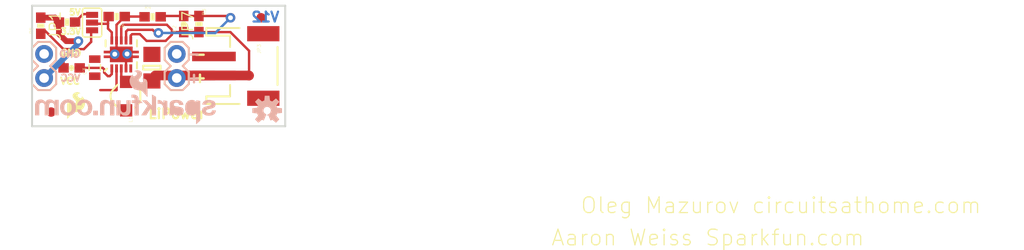
<source format=kicad_pcb>
(kicad_pcb (version 20211014) (generator pcbnew)
  (layers (0 "F.Cu" signal) (31 "B.Cu" signal) (34 "B.Paste" user) (35 "F.Paste" user) (36 "B.SilkS" user "B.Silkscreen") (37 "F.SilkS" user "F.Silkscreen") (38 "B.Mask" user) (39 "F.Mask" user) (44 "Edge.Cuts" user))
  (net 0 "")
  (net 1 "VIN")
  (net 2 "N$2")
  (net 3 "N$1")
  (net 4 "UVLO")
  (net 5 "FB")
  (net 6 "GND")
  (net 7 "3.3V")
  (net 8 "5V")
  (net 9 "VCC")
  (footprint "boardEagle:0805" (layer "F.Cu") (at 141.7701 105.1814 90)
    (fp_text reference "C3" (at -0.762 -0.8255 90) (layer "F.SilkS") (effects (font (size 0.373888 0.373888) (thickness 0.032512)) (justify left bottom)))
    (fp_text value "22uF")
    (fp_line (start -0.3 0.6) (end 0.3 0.6) (layer "F.SilkS") (width 0.1524))
    (fp_line (start -0.3 -0.6) (end 0.3 -0.6) (layer "F.SilkS") (width 0.1524))
    (pad "1" smd rect (at -0.9 0 90) (size 0.8 1.2) (layers "F.Cu" "F.Paste" "F.Mask") (net 9 "VCC"))
    (pad "2" smd rect (at 0.9 0 90) (size 0.8 1.2) (layers "F.Cu" "F.Paste" "F.Mask") (net 6 "GND"))
  )
  (footprint "boardEagle:0603-CAP" (layer "F.Cu") (at 139.3317 105.2068 180)
    (fp_text reference "C4" (at -0.889 -0.762 180) (layer "F.SilkS") (effects (font (size 0.373888 0.373888) (thickness 0.032512)) (justify right top)))
    (fp_text value "0.1uF")
    (fp_line (start 0 -0.0305) (end 0 0.0305) (layer "F.SilkS") (width 0.5588))
    (pad "1" smd rect (at -0.85 0 180) (size 1.1 1) (layers "F.Cu" "F.Paste" "F.Mask") (net 3 "N$1"))
    (pad "2" smd rect (at 0.85 0 180) (size 1.1 1) (layers "F.Cu" "F.Paste" "F.Mask") (net 6 "GND"))
  )
  (footprint "boardEagle:CREATIVE_COMMONS" (layer "F.Cu") (at 156.7561 120.2436)
    (fp_text reference "FRAME1" hide)
    (fp_text value "FRAME-LETTER" hide)
  )
  (footprint "boardEagle:FIDUCIAL-1X2" (layer "F.Cu") (at 159.2961 99.9236)
    (fp_text reference "JP5" hide)
    (fp_text value "FIDUCIAL1X2" hide)
    (pad "1" smd roundrect (at 0 0) (size 1 1) (layers "F.Cu" "F.Mask") (roundrect_rratio 0.5))
  )
  (footprint "boardEagle:0603-RES" (layer "F.Cu") (at 144.0815 99.7966 180)
    (fp_text reference "R6" (at -0.889 -0.762 180) (layer "F.SilkS") (effects (font (size 0.373888 0.373888) (thickness 0.032512)) (justify right top)))
    (fp_text value "220k")
    (fp_poly (pts (xy -0.2286 0.381) (xy 0.2286 0.381) (xy 0.2286 -0.381) (xy -0.2286 -0.381)) (layer "F.SilkS") (width 0) (fill solid))
    (pad "1" smd rect (at -0.85 0 180) (size 1.1 1) (layers "F.Cu" "F.Paste" "F.Mask") (net 6 "GND"))
    (pad "2" smd rect (at 0.85 0 180) (size 1.1 1) (layers "F.Cu" "F.Paste" "F.Mask") (net 5 "FB"))
  )
  (footprint "boardEagle:JST-2-SMD" (layer "F.Cu") (at 158.0261 105.0036 -90)
    (fp_text reference "JP3" (at -1.27 -1.27 -90) (layer "F.SilkS") (effects (font (size 0.373888 0.373888) (thickness 0.032512)) (justify left bottom)))
    (fp_text value "JST")
    (fp_line (start -4 1) (end -4 4.5) (layer "F.SilkS") (width 0.2032))
    (fp_line (start 3.2 4.5) (end 4 4.5) (layer "F.SilkS") (width 0.2032))
    (fp_line (start -4 4.5) (end -3.2 4.5) (layer "F.SilkS") (width 0.2032))
    (fp_line (start -3.2 4.5) (end -3.2 2) (layer "F.SilkS") (width 0.2032))
    (fp_line (start -3.2 2) (end -2 2) (layer "F.SilkS") (width 0.2032))
    (fp_line (start 2 -3) (end -2 -3) (layer "F.SilkS") (width 0.2032))
    (fp_line (start 4 4.5) (end 4 1) (layer "F.SilkS") (width 0.2032))
    (fp_line (start 3.2 2) (end 3.2 4.5) (layer "F.SilkS") (width 0.2032))
    (fp_line (start 2 2) (end 3.2 2) (layer "F.SilkS") (width 0.2032))
    (pad "1" smd rect (at -1 3.7 270) (size 1 4.6) (layers "F.Cu" "F.Paste" "F.Mask") (net 6 "GND"))
    (pad "2" smd rect (at 1 3.7 270) (size 1 4.6) (layers "F.Cu" "F.Paste" "F.Mask") (net 1 "VIN"))
    (pad "NC1" smd rect (at -3.4 -1.5) (size 3.4 1.6) (layers "F.Cu" "F.Paste" "F.Mask"))
    (pad "NC2" smd rect (at 3.4 -1.5) (size 3.4 1.6) (layers "F.Cu" "F.Paste" "F.Mask"))
  )
  (footprint "boardEagle:0603-RES" (layer "F.Cu") (at 147.8661 99.822)
    (fp_text reference "R4" (at -0.889 -0.762) (layer "F.SilkS") (effects (font (size 0.373888 0.373888) (thickness 0.032512)) (justify left bottom)))
    (fp_text value "220k")
    (fp_poly (pts (xy -0.2286 0.381) (xy 0.2286 0.381) (xy 0.2286 -0.381) (xy -0.2286 -0.381)) (layer "F.SilkS") (width 0) (fill solid))
    (pad "1" smd rect (at -0.85 0) (size 1.1 1) (layers "F.Cu" "F.Paste" "F.Mask") (net 6 "GND"))
    (pad "2" smd rect (at 0.85 0) (size 1.1 1) (layers "F.Cu" "F.Paste" "F.Mask") (net 4 "UVLO"))
  )
  (footprint "boardEagle:0603-RES" (layer "F.Cu") (at 136.0805 100.7618 90)
    (fp_text reference "R5" (at -0.889 -0.762 90) (layer "F.SilkS") (effects (font (size 0.373888 0.373888) (thickness 0.032512)) (justify left bottom)))
    (fp_text value "1.2M")
    (fp_poly (pts (xy -0.2286 0.381) (xy 0.2286 0.381) (xy 0.2286 -0.381) (xy -0.2286 -0.381)) (layer "F.SilkS") (width 0) (fill solid))
    (pad "1" smd rect (at -0.85 0 90) (size 1.1 1) (layers "F.Cu" "F.Paste" "F.Mask") (net 7 "3.3V"))
    (pad "2" smd rect (at 0.85 0 90) (size 1.1 1) (layers "F.Cu" "F.Paste" "F.Mask") (net 9 "VCC"))
  )
  (footprint "boardEagle:1206" (layer "F.Cu") (at 147.7899 105.1814 90)
    (fp_text reference "C1" (at -1.27 -1.143 90) (layer "F.SilkS") (effects (font (size 0.373888 0.373888) (thickness 0.032512)) (justify left bottom)))
    (fp_text value "10uF")
    (fp_line (start -0.2032 -0.9144) (end 0.2032 -0.9144) (layer "F.SilkS") (width 0.2032))
    (fp_line (start -0.2032 0.9144) (end -0.2032 -0.9144) (layer "F.SilkS") (width 0.2032))
    (fp_line (start 0.2032 -0.9144) (end 0.2032 0.9144) (layer "F.SilkS") (width 0.2032))
    (fp_line (start 0.2032 0.9144) (end -0.2032 0.9144) (layer "F.SilkS") (width 0.2032))
    (pad "1" smd rect (at -1.4 0 90) (size 1.6 1.8) (layers "F.Cu" "F.Paste" "F.Mask") (net 1 "VIN"))
    (pad "2" smd rect (at 1.4 0 90) (size 1.6 1.8) (layers "F.Cu" "F.Paste" "F.Mask") (net 6 "GND"))
  )
  (footprint "boardEagle:0603-RES" (layer "F.Cu") (at 138.8491 100.3808 180)
    (fp_text reference "R7" (at -0.889 -0.762 180) (layer "F.SilkS") (effects (font (size 0.373888 0.373888) (thickness 0.032512)) (justify right top)))
    (fp_text value "2M")
    (fp_poly (pts (xy -0.2286 0.381) (xy 0.2286 0.381) (xy 0.2286 -0.381) (xy -0.2286 -0.381)) (layer "F.SilkS") (width 0) (fill solid))
    (pad "1" smd rect (at -0.85 0 180) (size 1.1 1) (layers "F.Cu" "F.Paste" "F.Mask") (net 8 "5V"))
    (pad "2" smd rect (at 0.85 0 180) (size 1.1 1) (layers "F.Cu" "F.Paste" "F.Mask") (net 9 "VCC"))
  )
  (footprint "boardEagle:SFE-LOGO-FLAME" (layer "F.Cu") (at 138.8745 110.5662)
    (fp_text reference "JP2" hide)
    (fp_text value "LOGO-SFESK" hide)
    (fp_poly (pts (xy 1.126002 -2.808203) (xy 1.215449 -2.785829) (xy 1.228477 -2.780783) (xy 1.240149 -2.774875) (xy 1.25686 -2.766576) (xy 1.275552 -2.759834) (xy 1.371694 -2.7026) (xy 1.3793 -2.7026) (xy 1.3793 -2.6772) (xy 1.306833 -2.6772) (xy 1.208418 -2.657914) (xy 1.074855 -2.495286) (xy 1.079365 -2.436825) (xy 1.12809 -2.341869) (xy 1.204666 -2.265196) (xy 1.294069 -2.200638) (xy 1.369348 -2.168824) (xy 1.450737 -2.171632) (xy 1.458864 -2.174186) (xy 1.466257 -2.177389) (xy 1.530514 -2.236956) (xy 1.5368 -2.259812) (xy 1.5368 -2.377938) (xy 1.763707 -2.148127) (xy 1.868186 -1.856841) (xy 1.871603 -1.856894) (xy 1.87806 -1.650435) (xy 1.848857 -1.45742) (xy 1.785308 -1.272842) (xy 1.6663 -1.061578) (xy 1.6663 -1.080581) (xy 1.378131 -0.80901) (xy 0.982239 -0.6985) (xy 0.753005 -0.6985) (xy 0.716201 -0.692046) (xy 0.681776 -0.679592) (xy 0.496322 -0.541784) (xy -0.0126 0.03091) (xy -0.0126 -1.52077) (xy 0.060004 -1.761967) (xy 0.168295 -1.865489) (xy 0.307122 -1.917522) (xy 0.4039 -1.925089) (xy 0.499384 -1.917623) (xy 0.55991 -1.908099) (xy 0.557788 -1.884433) (xy 0.522216 -1.885242) (xy 0.501784 -1.876141) (xy 0.420519 -1.817154) (xy 0.400722 -1.79067) (xy 0.390395 -1.7285) (xy 0.400905 -1.665229) (xy 0.421405 -1.625174) (xy 0.452343 -1.592685) (xy 0.546535 -1.54355) (xy 0.652229 -1.531742) (xy 0.742768 -1.550084) (xy 0.82422 -1.589656) (xy 0.92203 -1.754659) (xy 0.907706 -1.848844) (xy 0.850914 -1.930401) (xy 0.584707 -2.263237) (xy 0.561667 -2.510855) (xy 0.627495 -2.621556) (xy 0.629042 -2.623103) (xy 0.778901 -2.74712) (xy 1.032676 -2.817064)) (layer "F.SilkS") (width 0) (fill solid))
  )
  (footprint "boardEagle:1X02" (layer "F.Cu") (at 150.4061 103.7336 -90)
    (fp_text reference "JP7" (at -1.3462 -1.8288 -90) (layer "F.SilkS") (effects (font (size 1.143 1.143) (thickness 0.127)) (justify left bottom)))
    (fp_text value "VIN")
    (fp_line (start 3.175 1.27) (end 1.905 1.27) (layer "F.SilkS") (width 0.2032))
    (fp_line (start -1.27 0.635) (end -0.635 1.27) (layer "F.SilkS") (width 0.2032))
    (fp_line (start 3.81 0.635) (end 3.175 1.27) (layer "F.SilkS") (width 0.2032))
    (fp_line (start 3.175 -1.27) (end 3.81 -0.635) (layer "F.SilkS") (width 0.2032))
    (fp_line (start -1.27 -0.635) (end -1.27 0.635) (layer "F.SilkS") (width 0.2032))
    (fp_line (start 1.905 -1.27) (end 3.175 -1.27) (layer "F.SilkS") (width 0.2032))
    (fp_line (start -0.635 -1.27) (end -1.27 -0.635) (layer "F.SilkS") (width 0.2032))
    (fp_line (start 1.27 -0.635) (end 1.905 -1.27) (layer "F.SilkS") (width 0.2032))
    (fp_line (start 0.635 -1.27) (end 1.27 -0.635) (layer "F.SilkS") (width 0.2032))
    (fp_line (start -0.635 -1.27) (end 0.635 -1.27) (layer "F.SilkS") (width 0.2032))
    (fp_line (start 1.27 0.635) (end 0.635 1.27) (layer "F.SilkS") (width 0.2032))
    (fp_line (start 0.635 1.27) (end -0.635 1.27) (layer "F.SilkS") (width 0.2032))
    (fp_line (start 1.905 1.27) (end 1.27 0.635) (layer "F.SilkS") (width 0.2032))
    (fp_line (start 3.81 -0.635) (end 3.81 0.635) (layer "F.SilkS") (width 0.2032))
    (pad "1" thru_hole circle (at 0 0) (size 1.8796 1.8796) (drill 1.016) (layers *.Cu *.Mask) (net 6 "GND"))
    (pad "2" thru_hole circle (at 2.54 0) (size 1.8796 1.8796) (drill 1.016) (layers *.Cu *.Mask) (net 1 "VIN"))
  )
  (footprint "boardEagle:SJ_3_PASTE2&3" (layer "F.Cu") (at 141.4907 100.4316 90)
    (fp_text reference "SJ1" (at -1.27 -1.27 90) (layer "F.SilkS") (effects (font (size 0.373888 0.373888) (thickness 0.032512)) (justify left bottom)))
    (fp_text value "")
    (fp_line (start 1.524 0.762) (end 1.524 -0.762) (layer "F.SilkS") (width 0.1524))
    (fp_line (start 1.27 1.016) (end -1.27 1.016) (layer "F.SilkS") (width 0.1524))
    (fp_line (start -1.27 -1.016) (end 1.27 -1.016) (layer "F.SilkS") (width 0.1524))
    (fp_line (start -1.524 0.762) (end -1.524 -0.762) (layer "F.SilkS") (width 0.1524))
    (fp_arc (start -1.524 -0.762) (mid -1.449605 -0.941605) (end -1.27 -1.016) (layer "F.SilkS") (width 0.1524))
    (fp_arc (start -1.27 1.016) (mid -1.449605 0.941605) (end -1.524 0.762) (layer "F.SilkS") (width 0.1524))
    (fp_arc (start 1.524 0.762) (mid 1.449605 0.941605) (end 1.27 1.016) (layer "F.SilkS") (width 0.1524))
    (fp_arc (start 1.27 -1.016) (mid 1.449605 -0.941605) (end 1.524 -0.762) (layer "F.SilkS") (width 0.1524))
    (pad "1" smd rect (at -0.8128 0 90) (size 0.635 1.27) (layers "F.Cu" "F.Mask") (net 7 "3.3V"))
    (pad "2" smd rect (at 0 0 90) (size 0.635 1.27) (layers "F.Cu" "F.Mask") (net 5 "FB"))
    (pad "3" smd rect (at 0.8128 0 90) (size 0.635 1.27) (layers "F.Cu" "F.Mask") (net 8 "5V"))
  )
  (footprint "boardEagle:FIDUCIAL-1X2" (layer "F.Cu") (at 137.1727 109.855)
    (fp_text reference "JP4" hide)
    (fp_text value "FIDUCIAL1X2" hide)
    (pad "1" smd roundrect (at 0 0) (size 1 1) (layers "F.Cu" "F.Mask") (roundrect_rratio 0.5))
  )
  (footprint "boardEagle:0603-CAP" (layer "F.Cu") (at 151.1427 100.584 90)
    (fp_text reference "C2" (at -0.889 -0.762 90) (layer "F.SilkS") (effects (font (size 0.373888 0.373888) (thickness 0.032512)) (justify left bottom)))
    (fp_text value "0.1uF")
    (fp_line (start 0 -0.0305) (end 0 0.0305) (layer "F.SilkS") (width 0.5588))
    (pad "1" smd rect (at -0.85 0 90) (size 1.1 1) (layers "F.Cu" "F.Paste" "F.Mask") (net 1 "VIN"))
    (pad "2" smd rect (at 0.85 0 90) (size 1.1 1) (layers "F.Cu" "F.Paste" "F.Mask") (net 4 "UVLO"))
  )
  (footprint "boardEagle:CDRH2D09" (layer "F.Cu") (at 145.0721 108.1786 -90)
    (fp_text reference "L1" (at 2.8 -0.7 -90) (layer "F.SilkS") (effects (font (size 0.373888 0.373888) (thickness 0.032512)) (justify left bottom)))
    (fp_text value "4.7uH, 1.2A")
    (fp_line (start 0.6 -1.5) (end 1.2 -0.9) (layer "F.SilkS") (width 0.2032))
    (fp_line (start -0.6 -1.5) (end 0.6 -1.5) (layer "F.SilkS") (width 0.2032))
    (fp_line (start 0.6783 1.3739) (end 1.2 0.9) (layer "F.SilkS") (width 0.2032))
    (fp_line (start -1.2 -0.9) (end -0.6 -1.5) (layer "F.SilkS") (width 0.2032))
    (fp_line (start -1.2 0.9) (end -0.6783 1.3739) (layer "F.SilkS") (width 0.2032))
    (fp_arc (start 0.678301 1.373899) (mid 0.000001 1.639111) (end -0.6783 1.3739) (layer "F.SilkS") (width 0.2032))
    (pad "P$1" smd rect (at -1.5 0) (size 1.3 1.3) (layers "F.Cu" "F.Paste" "F.Mask") (net 2 "N$2"))
    (pad "P$2" smd rect (at 1.5 0) (size 1.3 1.3) (layers "F.Cu" "F.Paste" "F.Mask") (net 1 "VIN"))
  )
  (footprint "boardEagle:1X02" (layer "F.Cu") (at 136.4361 103.7336 -90)
    (fp_text reference "JP1" (at -1.3462 -1.8288 -90) (layer "F.SilkS") (effects (font (size 1.143 1.143) (thickness 0.127)) (justify left bottom)))
    (fp_text value "VOUT")
    (fp_line (start -1.27 -0.635) (end -1.27 0.635) (layer "F.SilkS") (width 0.2032))
    (fp_line (start -1.27 0.635) (end -0.635 1.27) (layer "F.SilkS") (width 0.2032))
    (fp_line (start 3.175 -1.27) (end 3.81 -0.635) (layer "F.SilkS") (width 0.2032))
    (fp_line (start 1.27 0.635) (end 0.635 1.27) (layer "F.SilkS") (width 0.2032))
    (fp_line (start 3.175 1.27) (end 1.905 1.27) (layer "F.SilkS") (width 0.2032))
    (fp_line (start -0.635 -1.27) (end -1.27 -0.635) (layer "F.SilkS") (width 0.2032))
    (fp_line (start 1.905 -1.27) (end 3.175 -1.27) (layer "F.SilkS") (width 0.2032))
    (fp_line (start 1.27 -0.635) (end 1.905 -1.27) (layer "F.SilkS") (width 0.2032))
    (fp_line (start 0.635 1.27) (end -0.635 1.27) (layer "F.SilkS") (width 0.2032))
    (fp_line (start 3.81 -0.635) (end 3.81 0.635) (layer "F.SilkS") (width 0.2032))
    (fp_line (start 1.905 1.27) (end 1.27 0.635) (layer "F.SilkS") (width 0.2032))
    (fp_line (start -0.635 -1.27) (end 0.635 -1.27) (layer "F.SilkS") (width 0.2032))
    (fp_line (start 0.635 -1.27) (end 1.27 -0.635) (layer "F.SilkS") (width 0.2032))
    (fp_line (start 3.81 0.635) (end 3.175 1.27) (layer "F.SilkS") (width 0.2032))
    (pad "1" thru_hole circle (at 0 0) (size 1.8796 1.8796) (drill 1.016) (layers *.Cu *.Mask) (net 6 "GND"))
    (pad "2" thru_hole circle (at 2.54 0) (size 1.8796 1.8796) (drill 1.016) (layers *.Cu *.Mask) (net 9 "VCC"))
  )
  (footprint "boardEagle:0603-RES" (layer "F.Cu") (at 152.7429 100.584 -90)
    (fp_text reference "R3" (at -0.889 -0.762 -90) (layer "F.SilkS") (effects (font (size 0.373888 0.373888) (thickness 0.032512)) (justify left bottom)))
    (fp_text value "2M")
    (fp_poly (pts (xy -0.2286 0.381) (xy 0.2286 0.381) (xy 0.2286 -0.381) (xy -0.2286 -0.381)) (layer "F.SilkS") (width 0) (fill solid))
    (pad "1" smd rect (at -0.85 0 270) (size 1.1 1) (layers "F.Cu" "F.Paste" "F.Mask") (net 4 "UVLO"))
    (pad "2" smd rect (at 0.85 0 270) (size 1.1 1) (layers "F.Cu" "F.Paste" "F.Mask") (net 1 "VIN"))
  )
  (footprint "boardEagle:QFN-10_PAD" (layer "F.Cu") (at 144.5641 103.7844)
    (fp_text reference "U1" hide)
    (fp_text value "TPS61200" hide)
    (fp_line (start -1.651 -1.4986) (end -1.651 -0.8382) (layer "F.SilkS") (width 0.2032))
    (fp_line (start 1.651 0.8128) (end 1.651 1.4732) (layer "F.SilkS") (width 0.2032))
    (fp_line (start -1.75 1.75) (end -1.5 1.5) (layer "F.SilkS") (width 0.2032))
    (fp_line (start 1.651 -1.4986) (end 1.651 -0.8382) (layer "F.SilkS") (width 0.2032))
    (pad "1" smd rect (at -1 1.475 90) (size 0.85 0.2968) (layers "F.Cu" "F.Paste" "F.Mask") (net 3 "N$1"))
    (pad "2" smd rect (at -0.5 1.475 90) (size 0.85 0.2968) (layers "F.Cu" "F.Paste" "F.Mask") (net 9 "VCC"))
    (pad "3" smd rect (at 0 1.475 90) (size 0.85 0.2968) (layers "F.Cu" "F.Paste" "F.Mask") (net 2 "N$2"))
    (pad "4" smd rect (at 0.5 1.475 90) (size 0.85 0.2968) (layers "F.Cu" "F.Paste" "F.Mask") (net 6 "GND"))
    (pad "5" smd rect (at 1 1.475 90) (size 0.85 0.2968) (layers "F.Cu" "F.Paste" "F.Mask") (net 1 "VIN"))
    (pad "6" smd rect (at 1 -1.475 90) (size 0.85 0.2968) (layers "F.Cu" "F.Paste" "F.Mask") (net 1 "VIN"))
    (pad "7" smd rect (at 0.5 -1.475 90) (size 0.85 0.2968) (layers "F.Cu" "F.Paste" "F.Mask") (net 4 "UVLO"))
    (pad "8" smd rect (at 0 -1.475 90) (size 0.85 0.2968) (layers "F.Cu" "F.Paste" "F.Mask") (net 1 "VIN"))
    (pad "9" smd rect (at -0.5 -1.475 90) (size 0.85 0.2968) (layers "F.Cu" "F.Paste" "F.Mask") (net 6 "GND"))
    (pad "10" smd rect (at -1 -1.475 90) (size 0.85 0.2968) (layers "F.Cu" "F.Paste" "F.Mask") (net 5 "FB"))
    (pad "11" smd rect (at -1.5 -0.25 180) (size 0.7 0.28) (layers "F.Cu" "F.Paste" "F.Mask") (net 6 "GND"))
    (pad "12" smd rect (at -1.5 0.25 180) (size 0.7 0.28) (layers "F.Cu" "F.Paste" "F.Mask") (net 6 "GND"))
    (pad "13" smd rect (at 1.5 -0.25 180) (size 0.7 0.28) (layers "F.Cu" "F.Paste" "F.Mask") (net 6 "GND"))
    (pad "14" smd rect (at 1.5 0.25 180) (size 0.7 0.28) (layers "F.Cu" "F.Paste" "F.Mask") (net 6 "GND"))
    (pad "15" smd rect (at 0 0 90) (size 1.65 2.4) (layers "F.Cu" "F.Mask") (net 6 "GND"))
  )
  (footprint "boardEagle:OSHW-LOGO-S" (layer "B.Cu") (at 159.9311 109.7026 180)
    (fp_text reference "U$2" hide)
    (fp_text value "" hide)
    (fp_poly (pts (xy 0.301647 1.061351) (xy 0.42347 1.022344) (xy 0.537177 0.963769) (xy 0.92862 1.282946) (xy 1.282946 0.92862) (xy 0.961035 0.533823) (xy 1.057046 0.302084) (xy 1.5638 0.250561) (xy 1.5638 -0.250561) (xy 1.057046 -0.302084) (xy 0.961035 -0.533823) (xy 1.282946 -0.92862) (xy 0.92862 -1.282946) (xy 0.537177 -0.96377) (xy 0.356601 -1.056794) (xy 0.088679 -0.410073) (xy 0.326262 -0.2176) (xy 0.373649 -0.121468) (xy 0.392729 -0.010339) (xy 0.379464 0.101634) (xy 0.334947 0.205229) (xy 0.262842 0.291918) (xy 0.169087 0.354561) (xy 0.061406 0.387999) (xy -0.051342 0.38948) (xy -0.159868 0.358881) (xy -0.255234 0.298724) (xy -0.329589 0.213962) (xy -0.376813 0.111569) (xy -0.392176 0.005767) (xy -0.322923 -0.222565) (xy -0.249312 -0.303773) (xy 0.091677 -0.5081) (xy -0.12929 -0.5081) (xy -0.355332 -1.053732) (xy -0.506597 -0.983577) (xy -0.538922 -0.965192) (xy -0.92862 -1.282946) (xy -1.282946 -0.92862) (xy -0.961035 -0.533823) (xy -1.057046 -0.302084) (xy -1.5638 -0.250561) (xy -1.5638 0.250561) (xy -1.057046 0.302084) (xy -0.961035 0.533823) (xy -1.282946 0.92862) (xy -0.92862 1.282946) (xy -0.533823 0.961035) (xy -0.302084 1.057046) (xy -0.250561 1.5638) (xy 0.250561 1.5638)) (layer "B.SilkS") (width 0) (fill solid))
  )
  (footprint "boardEagle:SFE-NEW-WEBLOGO" (layer "B.Cu") (at 154.5268 111.1442 180)
    (fp_text reference "JP6" hide)
    (fp_text value "LOGO-SFENEW" hide)
    (fp_line (start 10.7163 2.5171) (end 11.1201 2.5171) (layer "B.SilkS") (width 0.0254))
    (fp_line (start 11.1201 2.2962) (end 11.1277 2.2962) (layer "B.SilkS") (width 0.0254))
    (fp_line (start 11.7729 0.955) (end 11.7729 1.9202) (layer "B.SilkS") (width 0.0254))
    (fp_line (start 12.1818 0.955) (end 11.7729 0.955) (layer "B.SilkS") (width 0.0254))
    (fp_line (start 11.1379 1.8136) (end 11.1379 0.9449) (layer "B.SilkS") (width 0.0254))
    (fp_line (start 12.1818 2.0091) (end 12.1818 0.955) (layer "B.SilkS") (width 0.0254))
    (fp_line (start 11.1201 2.5171) (end 11.1201 2.2962) (layer "B.SilkS") (width 0.0254))
    (fp_line (start 15.5702 2.6137) (end 15.5854 2.6137) (layer "B.SilkS") (width 0.0254))
    (fp_line (start 11.1379 0.9449) (end 10.7163 0.9449) (layer "B.SilkS") (width 0.0254))
    (fp_line (start 15.5702 2.2962) (end 15.5702 2.6137) (layer "B.SilkS") (width 0.0254))
    (fp_line (start 15.5499 2.6137) (end 15.5499 2.2911) (layer "B.SilkS") (width 0.0254))
    (fp_line (start 10.7163 0.9449) (end 10.7163 2.5171) (layer "B.SilkS") (width 0.0254))
    (fp_line (start 15.5499 2.2911) (end 15.527 2.2911) (layer "B.SilkS") (width 0.0254))
    (fp_arc (start 15.9868 1.7196) (mid 15.980368 1.846143) (end 15.9588 1.971) (layer "B.SilkS") (width 0.0254))
    (fp_arc (start 11.1862 2.3571) (mid 11.172158 2.338081) (end 11.1582 2.319) (layer "B.SilkS") (width 0.0254))
    (fp_arc (start 15.5499 2.6137) (mid 15.331296 2.577713) (end 15.1282 2.4892) (layer "B.SilkS") (width 0.0254))
    (fp_arc (start 11.7678 2.5502) (mid 11.667584 2.556058) (end 11.5672 2.5552) (layer "B.SilkS") (width 0.0254))
    (fp_arc (start 15.9588 1.971) (mid 15.910982 2.096372) (end 15.8318 2.2047) (layer "B.SilkS") (width 0.0254))
    (fp_arc (start 15.1689 1.8847) (mid 15.165026 1.761448) (end 15.1714 1.6383) (layer "B.SilkS") (width 0.0254))
    (fp_arc (start 14.7523 1.5672) (mid 14.792796 1.413418) (end 14.8615 1.27) (layer "B.SilkS") (width 0.0254))
    (fp_arc (start 11.1277 2.2962) (mid 11.137379 2.298176) (end 11.1455 2.3038) (layer "B.SilkS") (width 0.0254))
    (fp_arc (start 12.0345 2.425699) (mid 11.911985 2.51116) (end 11.7678 2.5502) (layer "B.SilkS") (width 0.0254))
    (fp_arc (start 15.428 1.2522) (mid 15.597525 1.230563) (end 15.7632 1.2725) (layer "B.SilkS") (width 0.0254))
    (fp_arc (start 11.5976 2.2276) (mid 11.565101 2.235925) (end 11.5316 2.2377) (layer "B.SilkS") (width 0.0254))
    (fp_arc (start 11.1379 1.8821) (mid 11.137681 1.84785) (end 11.1379 1.8136) (layer "B.SilkS") (width 0.0254))
    (fp_arc (start 15.128201 2.4892) (mid 14.882786 2.260687) (end 14.7549 1.9507) (layer "B.SilkS") (width 0.0254))
    (fp_arc (start 11.7145 2.1311) (mid 11.664346 2.1894) (end 11.5976 2.2276) (layer "B.SilkS") (width 0.0254))
    (fp_arc (start 14.9911 1.1201) (mid 15.249615 0.972855) (end 15.5423 0.9195) (layer "B.SilkS") (width 0.0254))
    (fp_arc (start 16.317 1.3665) (mid 16.380488 1.583529) (end 16.4033 1.8085) (layer "B.SilkS") (width 0.0254))
    (fp_arc (start 11.4198 2.2327) (mid 11.475702 2.235165) (end 11.5316 2.2377) (layer "B.SilkS") (width 0.0254))
    (fp_arc (start 14.8615 1.27) (mid 14.919858 1.189481) (end 14.9911 1.1201) (layer "B.SilkS") (width 0.0254))
    (fp_arc (start 15.9029 0.9754) (mid 16.153433 1.12491) (end 16.317 1.3665) (layer "B.SilkS") (width 0.0254))
    (fp_arc (start 15.24 1.4097) (mid 15.31871 1.3127) (end 15.428 1.2522) (layer "B.SilkS") (width 0.0254))
    (fp_arc (start 11.2725 2.446) (mid 11.226399 2.404414) (end 11.1862 2.3571) (layer "B.SilkS") (width 0.0254))
    (fp_arc (start 15.8318 2.2047) (mid 15.783745 2.244042) (end 15.7277 2.2708) (layer "B.SilkS") (width 0.0254))
    (fp_arc (start 11.7729 1.9202) (mid 11.758038 2.02962) (end 11.7145 2.1311) (layer "B.SilkS") (width 0.0254))
    (fp_arc (start 15.2781 2.1692) (mid 15.20247 2.035022) (end 15.168899 1.8847) (layer "B.SilkS") (width 0.0254))
    (fp_arc (start 14.7549 1.9507) (mid 14.737287 1.759061) (end 14.7523 1.5672) (layer "B.SilkS") (width 0.0254))
    (fp_arc (start 15.809 2.5857) (mid 15.698073 2.606673) (end 15.5854 2.6137) (layer "B.SilkS") (width 0.0254))
    (fp_arc (start 16.129 2.4181) (mid 15.978822 2.520652) (end 15.809 2.5857) (layer "B.SilkS") (width 0.0254))
    (fp_arc (start 12.1818 2.0091) (mid 12.172765 2.122002) (end 12.1488 2.2327) (layer "B.SilkS") (width 0.0254))
    (fp_arc (start 11.1455 2.3038) (mid 11.152103 2.311188) (end 11.1582 2.319) (layer "B.SilkS") (width 0.0254))
    (fp_arc (start 11.2598 2.1692) (mid 11.206137 2.110016) (end 11.1684 2.0396) (layer "B.SilkS") (width 0.0254))
    (fp_arc (start 15.1714 1.6383) (mid 15.194331 1.520588) (end 15.24 1.4097) (layer "B.SilkS") (width 0.0254))
    (fp_arc (start 11.1684 2.0396) (mid 11.146105 1.962214) (end 11.1379 1.8821) (layer "B.SilkS") (width 0.0254))
    (fp_arc (start 11.5672 2.5552) (mid 11.411238 2.523841) (end 11.2725 2.446) (layer "B.SilkS") (width 0.0254))
    (fp_arc (start 12.1488 2.232699) (mid 12.104013 2.336521) (end 12.0345 2.4257) (layer "B.SilkS") (width 0.0254))
    (fp_arc (start 15.7277 2.2708) (mid 15.650001 2.290018) (end 15.5702 2.2962) (layer "B.SilkS") (width 0.0254))
    (fp_arc (start 11.4198 2.2327) (mid 11.334441 2.214452) (end 11.259799 2.1692) (layer "B.SilkS") (width 0.0254))
    (fp_arc (start 15.7632 1.2725) (mid 15.846801 1.329279) (end 15.908 1.4097) (layer "B.SilkS") (width 0.0254))
    (fp_arc (start 15.5423 0.9195) (mid 15.724919 0.932492) (end 15.9029 0.9754) (layer "B.SilkS") (width 0.0254))
    (fp_arc (start 15.527 2.2911) (mid 15.388433 2.258974) (end 15.278099 2.1692) (layer "B.SilkS") (width 0.0254))
    (fp_arc (start 16.4033 1.808499) (mid 16.333054 2.143404) (end 16.129 2.4181) (layer "B.SilkS") (width 0.0254))
    (fp_arc (start 15.908 1.4097) (mid 15.966057 1.559906) (end 15.9868 1.7196) (layer "B.SilkS") (width 0.0254))
    (fp_poly (pts (xy 17.714962 2.583496) (xy 17.714669 2.58013) (xy 17.812284 2.526288) (xy 17.900302 2.442716) (xy 17.956995 2.351455) (xy 17.961394 2.355854) (xy 18.007182 2.404147) (xy 18.086856 2.480888) (xy 18.177617 2.546023) (xy 18.30384 2.60027) (xy 18.440544 2.616304) (xy 18.698981 2.580082) (xy 18.93345 2.426436) (xy 19.05 2.112985) (xy 19.05 0.9398) (xy 18.6004 0.9398) (xy 18.6004 1.979658) (xy 18.558302 2.150487) (xy 18.49797 2.220003) (xy 18.412014 2.255689) (xy 18.322362 2.262413) (xy 18.233537 2.253336) (xy 18.121633 2.190061) (xy 18.068614 2.109201) (xy 18.041426 2.014408) (xy 18.036069 1.960144) (xy 18.034 1.904767) (xy 18.034 0.9398) (xy 17.5768 0.9398) (xy 17.5768 2.006808) (xy 17.507834 2.191589) (xy 17.433119 2.246143) (xy 17.339789 2.26304) (xy 17.298061 2.260863) (xy 17.256145 2.258198) (xy 17.19103 2.2421) (xy 17.135402 2.205103) (xy 17.092564 2.160343) (xy 17.055171 2.112821) (xy 17.0155 1.934108) (xy 17.0155 0.9423) (xy 16.5583 0.9423) (xy 16.5583 2.573) (xy 16.9824 2.573) (xy 16.9824 2.355139) (xy 16.985319 2.355789) (xy 17.015959 2.3959) (xy 17.093229 2.475705) (xy 17.171263 2.538367) (xy 17.262579 2.579887) (xy 17.318155 2.59498) (xy 17.374103 2.605849) (xy 17.443329 2.614463) (xy 17.514022 2.618767)) (layer "B.SilkS") (width 0) (fill solid))
    (fp_poly (pts (xy 8.809435 3.119895) (xy 8.875117 3.1166) (xy 8.89 3.1166) (xy 8.89 2.7889) (xy 8.869112 2.7889) (xy 8.841108 2.7915) (xy 8.660351 2.7915) (xy 8.587936 2.740064) (xy 8.571192 2.699602) (xy 8.5649 2.653436) (xy 8.5649 2.5273) (xy 8.8621 2.5273) (xy 8.8621 2.2352) (xy 8.5623 2.2352) (xy 8.5623 0.9322) (xy 8.1204 0.9322) (xy 8.1204 2.232779) (xy 7.70383 2.235391) (xy 7.995739 2.5273) (xy 8.1255 2.5273) (xy 8.1255 2.560826) (xy 8.143432 2.77702) (xy 8.219199 2.938937) (xy 8.324367 3.032939) (xy 8.449534 3.095959) (xy 8.586403 3.1242) (xy 8.743112 3.1242)) (layer "B.SilkS") (width 0) (fill solid))
    (fp_poly (pts (xy 4.444983 2.544915) (xy 4.588724 2.501712) (xy 4.72259 2.430523) (xy 4.844814 2.271666) (xy 4.859671 2.1819) (xy 4.8616 2.1819) (xy 4.8616 1.6891) (xy 4.864173 1.6891) (xy 4.861603 1.242544) (xy 4.871819 1.108765) (xy 4.906709 0.979276) (xy 4.920484 0.9423) (xy 4.495275 0.9423) (xy 4.477494 0.951279) (xy 4.472002 0.970735) (xy 4.468249 0.985133) (xy 4.446292 1.084946) (xy 4.440321 1.089528) (xy 4.438946 1.088886) (xy 4.309064 0.98859) (xy 4.153188 0.927249) (xy 3.824183 0.906712) (xy 3.683825 0.938256) (xy 3.554173 1.000134) (xy 3.486826 1.05665) (xy 3.437273 1.130532) (xy 3.3807 1.444163) (xy 3.3807 1.446675) (xy 3.401941 1.543624) (xy 3.446308 1.632822) (xy 3.527788 1.722902) (xy 3.632416 1.784766) (xy 3.937258 1.861632) (xy 4.048648 1.873601) (xy 4.159032 1.884616) (xy 4.224808 1.893434) (xy 4.289167 1.907055) (xy 4.336271 1.923637) (xy 4.379043 1.948303) (xy 4.407461 1.974391) (xy 4.413402 1.982997) (xy 4.4171 1.991455) (xy 4.4171 2.14983) (xy 4.358226 2.232254) (xy 4.254396 2.270917) (xy 4.188033 2.274326) (xy 4.120968 2.275774) (xy 4.006679 2.25395) (xy 3.883049 2.131716) (xy 3.8659 2.045941) (xy 3.8659 2.0295) (xy 3.429 2.0295) (xy 3.429 2.040006) (xy 3.418965 2.041638) (xy 3.439259 2.166448) (xy 3.491292 2.283494) (xy 3.571378 2.383462) (xy 3.674008 2.459597) (xy 3.791998 2.513469) (xy 3.916944 2.547448) (xy 4.18103 2.571338)) (layer "B.SilkS") (width 0) (fill solid))
    (fp_poly (pts (xy 11.770768 2.56283) (xy 12.043428 2.435548) (xy 12.160999 2.237024) (xy 12.1945 2.010032) (xy 12.1945 0.9423) (xy 11.7602 0.9423) (xy 11.7602 1.918474) (xy 11.70302 2.124971) (xy 11.656141 2.179464) (xy 11.593345 2.215403) (xy 11.53092 2.224956) (xy 11.476269 2.222478) (xy 11.422495 2.220106) (xy 11.268 2.158791) (xy 11.18035 2.034508) (xy 11.1506 1.880883) (xy 11.1506 0.9322) (xy 10.7036 0.9322) (xy 10.7036 2.5298) (xy 11.1328 2.5298) (xy 11.1328 2.310454) (xy 11.136857 2.313263) (xy 11.148195 2.326834) (xy 11.161924 2.345602) (xy 11.176241 2.364992) (xy 11.217267 2.413279) (xy 11.265048 2.456381) (xy 11.406772 2.535896) (xy 11.566093 2.567932)) (layer "B.SilkS") (width 0) (fill solid))
    (fp_poly (pts (xy 1.201557 2.290098) (xy 1.414074 2.156268) (xy 1.42383 2.065) (xy 1.01008 2.065) (xy 1.00135 2.126336) (xy 0.936084 2.220524) (xy 0.871818 2.257603) (xy 0.798545 2.2758) (xy 0.628591 2.2758) (xy 0.583991 2.267366) (xy 0.541641 2.251683) (xy 0.51157 2.232098) (xy 0.488615 2.205726) (xy 0.469153 2.152745) (xy 0.474605 2.097619) (xy 0.521549 2.031824) (xy 0.664468 1.962838) (xy 0.866638 1.922444) (xy 1.206678 1.822687) (xy 1.354318 1.729494) (xy 1.389578 1.692366) (xy 1.416579 1.648151) (xy 1.460229 1.440208) (xy 1.447804 1.4376) (xy 1.460484 1.436955) (xy 1.457817 1.384541) (xy 1.452657 1.33034) (xy 1.371775 1.140043) (xy 1.14885 0.969822) (xy 1.013381 0.927267) (xy 0.74708 0.904177) (xy 0.617383 0.909691) (xy 0.487493 0.922202) (xy 0.306845 0.984179) (xy 0.185213 1.061804) (xy 0.109225 1.132023) (xy 0.056988 1.2215) (xy 0.013059 1.350644) (xy 0.002577 1.410659) (xy -0.00152 1.469003) (xy 0.738195 1.10308) (xy 1.120535 1.189415) (xy 1.224069 1.497645) (xy 0.809011 1.723764) (xy 0.364394 1.98847) (xy 0.308075 2.310537) (xy 0.741882 2.423672)) (layer "B.SilkS") (width 0) (fill solid))
    (fp_poly (pts (xy 2.834651 2.506079) (xy 2.92707 2.450683) (xy 3.011605 2.383731) (xy 3.1267 2.221709) (xy 3.1267 2.263503) (xy 3.219434 1.972794) (xy 3.236098 1.526727) (xy 3.068933 1.135798) (xy 2.975978 1.041462) (xy 2.864973 0.970996) (xy 2.740356 0.92713) (xy 2.372489 0.922) (xy 2.370226 0.922) (xy 2.254471 0.962806) (xy 2.0828 1.127587) (xy 2.0828 -0.010757) (xy 1.6434 0.385552) (xy 1.6434 2.45912) (xy 2.057593 2.537568) (xy 2.055012 2.330538) (xy 2.068304 2.345345) (xy 2.15812 2.442839) (xy 2.234107 2.497896) (xy 2.368681 2.552194) (xy 2.419192 2.562883) (xy 2.620347 2.565422)) (layer "B.SilkS") (width 0) (fill solid))
    (fp_poly (pts (xy 6.1316 2.557116) (xy 6.1316 2.1463) (xy 6.115783 2.1463) (xy 6.10653 2.147054) (xy 6.097893 2.149211) (xy 6.068387 2.157247) (xy 6.038922 2.161538) (xy 5.96265 2.16474) (xy 5.887609 2.16159) (xy 5.731931 2.107297) (xy 5.637642 2.018651) (xy 5.577302 1.903423) (xy 5.5499 1.736362) (xy 5.5499 0.9423) (xy 5.107878 0.9423) (xy 5.110519 2.454146) (xy 5.522 2.527255) (xy 5.522 2.234211) (xy 5.526569 2.235704) (xy 5.544428 2.262537) (xy 5.578841 2.314524) (xy 5.613758 2.367854) (xy 5.686736 2.438162) (xy 5.778008 2.498223) (xy 5.979984 2.565515)) (layer "B.SilkS") (width 0) (fill solid))
    (fp_poly (pts (xy 8.337002 5.691103) (xy 8.426449 5.668729) (xy 8.439477 5.663683) (xy 8.451149 5.657775) (xy 8.46786 5.649476) (xy 8.486552 5.642734) (xy 8.582694 5.5855) (xy 8.5903 5.5855) (xy 8.5903 5.5601) (xy 8.517833 5.5601) (xy 8.419418 5.540814) (xy 8.285855 5.378186) (xy 8.290365 5.319725) (xy 8.33909 5.224769) (xy 8.415666 5.148096) (xy 8.505069 5.083538) (xy 8.580348 5.051724) (xy 8.661737 5.054532) (xy 8.669864 5.057086) (xy 8.677257 5.060289) (xy 8.741514 5.119856) (xy 8.7478 5.142712) (xy 8.7478 5.260838) (xy 8.974707 5.031027) (xy 9.079186 4.739741) (xy 9.082603 4.739794) (xy 9.08906 4.533335) (xy 9.059857 4.34032) (xy 8.996308 4.155742) (xy 8.8773 3.944478) (xy 8.8773 3.963481) (xy 8.589131 3.69191) (xy 8.193239 3.5814) (xy 7.964005 3.5814) (xy 7.927201 3.574946) (xy 7.892776 3.562492) (xy 7.707322 3.424684) (xy 7.1984 2.85199) (xy 7.1984 4.40367) (xy 7.271004 4.644867) (xy 7.379295 4.748389) (xy 7.518122 4.800422) (xy 7.6149 4.807989) (xy 7.710384 4.800523) (xy 7.77091 4.790999) (xy 7.768788 4.767333) (xy 7.733216 4.768142) (xy 7.712784 4.759041) (xy 7.631519 4.700054) (xy 7.611722 4.67357) (xy 7.601395 4.6114) (xy 7.611905 4.548129) (xy 7.632405 4.508074) (xy 7.663343 4.475585) (xy 7.757535 4.42645) (xy 7.863229 4.414642) (xy 7.953768 4.432984) (xy 8.03522 4.472556) (xy 8.13303 4.637559) (xy 8.118706 4.731744) (xy 8.061914 4.813301) (xy 7.795707 5.146137) (xy 7.772667 5.393755) (xy 7.838495 5.504456) (xy 7.840042 5.506003) (xy 7.989901 5.63002) (xy 8.243676 5.699964)) (layer "B.SilkS") (width 0) (fill solid))
    (fp_poly (pts (xy 9.4234 1.520809) (xy 9.472888 1.359974) (xy 9.516069 1.308185) (xy 9.573108 1.271734) (xy 9.714103 1.241374) (xy 9.853529 1.268908) (xy 10.003067 1.442966) (xy 10.033 1.684784) (xy 10.033 2.5273) (xy 10.48 2.5273) (xy 10.48 0.9398) (xy 10.0533 0.9398) (xy 10.0533 1.159713) (xy 9.961626 1.051965) (xy 9.823848 0.946774) (xy 9.797269 0.933513) (xy 9.76873 0.924761) (xy 9.46843 0.899096) (xy 9.311419 0.929258) (xy 9.173895 1.0008) (xy 9.172522 1.0008) (xy 9.155194 1.014756) (xy 9.141833 1.028106) (xy 9.055991 1.150842) (xy 9.0022 1.291099) (xy 8.984 1.439423) (xy 8.984 2.5324) (xy 9.4234 2.5324)) (layer "B.SilkS") (width 0) (fill solid))
    (fp_poly (pts (xy 6.7335 1.97376) (xy 7.284539 2.5248) (xy 7.78835 2.5248) (xy 7.197009 1.946483) (xy 7.869909 0.937183) (xy 7.330929 0.939835) (xy 6.903958 1.643716) (xy 6.7386 1.483032) (xy 6.7386 0.9296) (xy 6.306639 0.9296) (xy 6.2941 0.942139) (xy 6.2941 2.887776) (xy 6.7335 3.138467)) (layer "B.SilkS") (width 0) (fill solid))
    (fp_poly (pts (xy 14.181776 2.563159) (xy 14.181555 2.560669) (xy 14.327447 2.496725) (xy 14.547848 2.246517) (xy 14.619242 1.9914) (xy 14.1707 1.9914) (xy 14.1707 2.005388) (xy 14.15242 2.10038) (xy 14.100807 2.180729) (xy 14.023181 2.236025) (xy 13.860405 2.2706) (xy 13.694207 2.245798) (xy 13.653262 2.227396) (xy 13.618712 2.198612) (xy 13.531409 2.074936) (xy 13.459735 1.779947) (xy 13.507258 1.471936) (xy 13.55233 1.379537) (xy 13.718934 1.256376) (xy 13.795519 1.238584) (xy 13.875272 1.234455) (xy 13.963395 1.249226) (xy 14.044683 1.286045) (xy 14.088707 1.320383) (xy 14.123821 1.362695) (xy 14.191983 1.5646) (xy 14.6202 1.5646) (xy 14.6202 1.546046) (xy 14.607183 1.4497) (xy 14.551954 1.307962) (xy 14.468685 1.180108) (xy 14.234909 0.989147) (xy 13.88734 0.904104) (xy 13.726062 0.914148) (xy 13.567886 0.942693) (xy 13.423659 0.994928) (xy 13.188191 1.185237) (xy 13.098694 1.32648) (xy 13.017451 1.644495) (xy 13.0251 1.894992) (xy 13.0251 1.896181) (xy 13.064859 2.076939) (xy 13.14486 2.243932) (xy 13.26133 2.388842) (xy 13.574558 2.580191) (xy 13.883988 2.616332)) (layer "B.SilkS") (width 0) (fill solid))
    (fp_poly (pts (xy 0.803285 2.567895) (xy 0.944243 2.553799) (xy 1.081508 2.516334) (xy 1.193542 2.461399) (xy 1.291841 2.383865) (xy 1.357039 2.297824) (xy 1.377068 2.257603) (xy 1.393653 2.216867) (xy 1.417283 2.151914) (xy 1.353784 2.105111) (xy 1.152335 2.254241) (xy 0.736496 2.387002) (xy 0.372563 2.277101) (xy 0.417885 2.019712) (xy 1.241556 1.540676) (xy 1.263422 1.497067) (xy 1.147655 1.152457) (xy 0.724605 1.058492) (xy -0.038666 1.4605) (xy 0.4115 1.4605) (xy 0.4115 1.443466) (xy 0.420402 1.369907) (xy 0.454647 1.305856) (xy 0.524204 1.243359) (xy 0.610838 1.206018) (xy 0.637726 1.200933) (xy 0.665996 1.198897) (xy 0.7328 1.198389) (xy 0.79791 1.198884) (xy 0.968129 1.258019) (xy 1.007666 1.302193) (xy 1.028603 1.358428) (xy 1.025789 1.425439) (xy 0.995864 1.485288) (xy 0.943734 1.527918) (xy 0.715431 1.605731) (xy 0.533161 1.644154) (xy 0.351479 1.692254) (xy 0.230117 1.743632) (xy 0.122357 1.822697) (xy 0.0457 1.960096) (xy 0.0457 1.963141) (xy 0.038572 2.135467) (xy 0.0838 2.300409) (xy 0.0838 2.303445) (xy 0.206233 2.444416) (xy 0.620397 2.567885) (xy 0.71245 2.568634)) (layer "B.SilkS") (width 0) (fill solid))
    (fp_poly (pts (xy 15.5499 2.609649) (xy 15.5499 2.29782) (xy 15.429469 2.281338) (xy 15.314616 2.217851) (xy 15.23586 2.109416) (xy 15.196312 2.020604) (xy 15.168868 1.873153) (xy 15.163824 1.687316) (xy 15.181322 1.562471) (xy 15.218744 1.447652) (xy 15.272523 1.345) (xy 15.437302 1.244156) (xy 15.6121 1.221967) (xy 15.787119 1.281181) (xy 15.894998 1.379217) (xy 15.949332 1.500229) (xy 15.9868 1.655017) (xy 15.9868 1.797481) (xy 15.961756 1.990339) (xy 15.88736 2.151531) (xy 15.803924 2.232457) (xy 15.708711 2.283762) (xy 15.58997 2.2936) (xy 15.567485 2.2936) (xy 15.57294 2.617878) (xy 15.788992 2.590535) (xy 15.954486 2.53364) (xy 16.155367 2.394616) (xy 16.266844 2.264968) (xy 16.37246 2.027864) (xy 16.400898 1.805948) (xy 16.375193 1.592623) (xy 16.305839 1.343513) (xy 16.222719 1.211114) (xy 16.101494 1.095067) (xy 15.987532 1.014773) (xy 15.799031 0.950211) (xy 15.544583 0.924513) (xy 15.240687 0.965682) (xy 14.951456 1.146439) (xy 14.788469 1.399985) (xy 14.726674 1.793647) (xy 14.809154 2.154405) (xy 15.026083 2.4307) (xy 15.368412 2.600648) (xy 15.51864 2.6187) (xy 15.52691 2.6187)) (layer "B.SilkS") (width 0) (fill solid))
    (fp_poly (pts (xy 12.4257 0.9449) (xy 12.921 0.9449) (xy 12.921 1.43) (xy 12.4257 1.43)) (layer "B.SilkS") (width 0) (fill solid))
  )
  (gr_line (start 137.0711 102.4636) (end 135.8011 102.4636) (layer "B.SilkS") (width 0.2032))
  (gr_line (start 135.1661 105.6386) (end 135.1661 106.9086) (layer "B.SilkS") (width 0.2032))
  (gr_line (start 149.7711 105.0036) (end 149.1361 105.6386) (layer "B.SilkS") (width 0.2032))
  (gr_line (start 151.0411 102.4636) (end 149.7711 102.4636) (layer "B.SilkS") (width 0.2032))
  (gr_line (start 149.1361 103.0986) (end 149.1361 104.3686) (layer "B.SilkS") (width 0.2032))
  (gr_line (start 149.7711 107.5436) (end 151.0411 107.5436) (layer "B.SilkS") (width 0.2032))
  (gr_line (start 135.1661 103.0986) (end 135.1661 104.3686) (layer "B.SilkS") (width 0.2032))
  (gr_line (start 151.6761 104.3686) (end 151.6761 103.0986) (layer "B.SilkS") (width 0.2032))
  (gr_line (start 151.6761 106.9086) (end 151.6761 105.6386) (layer "B.SilkS") (width 0.2032))
  (gr_line (start 135.1661 104.3686) (end 135.8011 105.0036) (layer "B.SilkS") (width 0.2032))
  (gr_line (start 151.6761 103.0986) (end 151.0411 102.4636) (layer "B.SilkS") (width 0.2032))
  (gr_line (start 135.8011 105.0036) (end 135.1661 105.6386) (layer "B.SilkS") (width 0.2032))
  (gr_line (start 135.1661 106.9086) (end 135.8011 107.5436) (layer "B.SilkS") (width 0.2032))
  (gr_line (start 137.0711 107.5436) (end 137.7061 106.9086) (layer "B.SilkS") (width 0.2032))
  (gr_line (start 137.7061 105.6386) (end 137.0711 105.0036) (layer "B.SilkS") (width 0.2032))
  (gr_line (start 151.6761 105.6386) (end 151.0411 105.0036) (layer "B.SilkS") (width 0.2032))
  (gr_line (start 151.0411 107.5436) (end 151.6761 106.9086) (layer "B.SilkS") (width 0.2032))
  (gr_line (start 149.7711 102.4636) (end 149.1361 103.0986) (layer "B.SilkS") (width 0.2032))
  (gr_line (start 149.1361 105.6386) (end 149.1361 106.9086) (layer "B.SilkS") (width 0.2032))
  (gr_line (start 149.1361 106.9086) (end 149.7711 107.5436) (layer "B.SilkS") (width 0.2032))
  (gr_line (start 137.7061 106.9086) (end 137.7061 105.6386) (layer "B.SilkS") (width 0.2032))
  (gr_line (start 137.7061 104.3686) (end 137.7061 103.0986) (layer "B.SilkS") (width 0.2032))
  (gr_line (start 149.1361 104.3686) (end 149.7711 105.0036) (layer "B.SilkS") (width 0.2032))
  (gr_line (start 135.8011 107.5436) (end 137.0711 107.5436) (layer "B.SilkS") (width 0.2032))
  (gr_line (start 135.8011 102.4636) (end 135.1661 103.0986) (layer "B.SilkS") (width 0.2032))
  (gr_line (start 137.7061 103.0986) (end 137.0711 102.4636) (layer "B.SilkS") (width 0.2032))
  (gr_line (start 151.0411 105.0036) (end 151.6761 104.3686) (layer "B.SilkS") (width 0.2032))
  (gr_line (start 137.0711 105.0036) (end 137.7061 104.3686) (layer "B.SilkS") (width 0.2032))
  (gr_line (start 161.8361 98.6536) (end 135.1661 98.6536) (layer "Edge.Cuts") (width 0.2032))
  (gr_line (start 161.8361 111.3536) (end 161.8361 98.6536) (layer "Edge.Cuts") (width 0.2032))
  (gr_line (start 135.1661 111.3536) (end 161.8361 111.3536) (layer "Edge.Cuts") (width 0.2032))
  (gr_line (start 135.1661 98.6536) (end 135.1661 111.3536) (layer "Edge.Cuts") (width 0.2032))
  (gr_text "V12" (at 161.3281 100.457) (layer "B.Cu") (effects (font (size 1.0414 1.0414) (thickness 0.2286)) (justify left bottom mirror)))
  (gr_text "+" (at 153.0223 106.8578) (layer "B.SilkS") (effects (font (size 1.016 1.016) (thickness 0.254)) (justify left bottom mirror)))
  (gr_text "GND" (at 140.3223 104.1654) (layer "B.SilkS") (effects (font (size 0.7112 0.7112) (thickness 0.1778)) (justify left bottom mirror)))
  (gr_text "-" (at 153.0223 104.3178) (layer "B.SilkS") (effects (font (size 1.016 1.016) (thickness 0.254)) (justify left bottom mirror)))
  (gr_text "VCC" (at 140.3477 106.68) (layer "B.SilkS") (effects (font (size 0.7112 0.7112) (thickness 0.1778)) (justify left bottom mirror)))
  (gr_text "Aaron Weiss Sparkfun.com" (at 189.7761 124.0536) (layer "F.SilkS") (effects (font (size 1.65354 1.65354) (thickness 0.12446)) (justify left bottom)))
  (gr_text "GND" (at 138.0617 104.0638) (layer "F.SilkS") (effects (font (size 0.7112 0.7112) (thickness 0.1778)) (justify left bottom)))
  (gr_text "-" (at 152.0571 104.3432) (layer "F.SilkS") (effects (font (size 1.016 1.016) (thickness 0.254)) (justify left bottom)))
  (gr_text "VCC" (at 138.0363 107.0102) (layer "F.SilkS") (effects (font (size 0.7112 0.7112) (thickness 0.1778)) (justify left bottom)))
  (gr_text "Oleg Mazurov circuitsathome.com" (at 235.2421 118.7196) (layer "F.SilkS") (effects (font (size 1.65354 1.65354) (thickness 0.12446)) (justify right top)))
  (gr_text "3.3V" (at 140.3985 100.9904) (layer "F.SilkS") (effects (font (size 0.65024 0.65024) (thickness 0.16256)) (justify right top)))
  (gr_text "LiPower" (at 147.2819 110.6424) (layer "F.SilkS") (effects (font (size 1.0414 1.0414) (thickness 0.2286)) (justify left bottom)))
  (gr_text "+" (at 152.0571 106.8324) (layer "F.SilkS") (effects (font (size 1.016 1.016) (thickness 0.254)) (justify left bottom)))
  (gr_text "5V" (at 140.3731 98.9584) (layer "F.SilkS") (effects (font (size 0.65024 0.65024) (thickness 0.16256)) (justify right top)))
  (segment (start 144.5641 100.8634) (end 144.7673 100.6602) (width 0.254) (layer "F.Cu") (net 1))
  (segment (start 158.0261 103.4034) (end 158.0261 106.0196) (width 0.254) (layer "F.Cu") (net 1))
  (segment (start 151.7861 106.0036) (end 151.8021 106.0196) (width 0.254) (layer "F.Cu") (net 1))
  (segment (start 147.2311 102.362) (end 149.2377 102.362) (width 0.254) (layer "F.Cu") (net 1))
  (segment (start 158.0261 103.4034) (end 156.0567 101.434) (width 0.254) (layer "F.Cu") (net 1))
  (segment (start 151.1427 101.434) (end 149.8981 101.434) (width 0.254) (layer "F.Cu") (net 1))
  (segment (start 144.7673 100.6602) (end 149.3647 100.6602) (width 0.254) (layer "F.Cu") (net 1))
  (segment (start 149.8981 101.7016) (end 149.8981 101.434) (width 0.254) (layer "F.Cu") (net 1))
  (segment (start 144.5641 102.3094) (end 144.5641 100.8634) (width 0.254) (layer "F.Cu") (net 1))
  (segment (start 149.3647 100.6602) (end 149.8981 101.1936) (width 0.254) (layer "F.Cu") (net 1))
  (segment (start 145.5641 102.489) (end 145.5641 102.3094) (width 0.254) (layer "F.Cu") (net 1))
  (segment (start 151.6761 106.0036) (end 148.1361 106.0036) (width 1.016) (layer "F.Cu") (net 1))
  (segment (start 144.5641 102.3094) (end 144.5641 101.092) (width 0.254) (layer "F.Cu") (net 1))
  (segment (start 145.5641 101.7938) (end 145.7071 101.6508) (width 0.254) (layer "F.Cu") (net 1))
  (segment (start 158.0101 106.0036) (end 158.0261 106.0196) (width 1.016) (layer "F.Cu") (net 1))
  (segment (start 145.5641 102.3094) (end 145.5641 101.7938) (width 0.254) (layer "F.Cu") (net 1))
  (segment (start 148.1361 106.0036) (end 147.8661 106.2736) (width 0.254) (layer "F.Cu") (net 1))
  (segment (start 151.4061 106.2736) (end 150.4061 106.2736) (width 0.254) (layer "F.Cu") (net 1))
  (segment (start 151.1427 101.434) (end 152.7429 101.434) (width 0.254) (layer "F.Cu") (net 1))
  (segment (start 145.7071 101.6508) (end 146.5199 101.6508) (width 0.254) (layer "F.Cu") (net 1))
  (segment (start 151.8021 106.0196) (end 154.3261 106.0036) (width 1.016) (layer "F.Cu") (net 1))
  (segment (start 156.0567 101.434) (end 152.7429 101.434) (width 0.254) (layer "F.Cu") (net 1))
  (segment (start 149.2377 102.362) (end 149.8981 101.7016) (width 0.254) (layer "F.Cu") (net 1))
  (segment (start 151.6761 106.0036) (end 158.0101 106.0036) (width 1.016) (layer "F.Cu") (net 1))
  (segment (start 151.6761 106.0036) (end 151.7861 106.0036) (width 0.254) (layer "F.Cu") (net 1))
  (segment (start 146.5199 101.6508) (end 147.2311 102.362) (width 0.254) (layer "F.Cu") (net 1))
  (segment (start 149.8981 101.434) (end 149.8981 101.1936) (width 0.254) (layer "F.Cu") (net 1))
  (segment (start 151.6761 106.0036) (end 151.4061 106.2736) (width 0.254) (layer "F.Cu") (net 1))
  (segment (start 144.5641 106.196) (end 144.5641 105.2594) (width 0.254) (layer "F.Cu") (net 2))
  (segment (start 145.0721 106.6786) (end 144.5895 106.196) (width 0.254) (layer "F.Cu") (net 2))
  (segment (start 144.5895 106.196) (end 144.5641 106.196) (width 0.254) (layer "F.Cu") (net 2))
  (segment (start 143.5641 105.2594) (end 143.5641 105.8512) (width 0.254) (layer "F.Cu") (net 3))
  (segment (start 143.5641 105.8512) (end 143.3449 106.0704) (width 0.254) (layer "F.Cu") (net 3))
  (segment (start 143.1417 106.0704) (end 142.7607 105.6894) (width 0.254) (layer "F.Cu") (net 3))
  (segment (start 143.3449 106.0704) (end 143.1417 106.0704) (width 0.254) (layer "F.Cu") (net 3))
  (segment (start 140.2343 105.2594) (end 140.1817 105.2068) (width 0.254) (layer "F.Cu") (net 3))
  (segment (start 142.7607 105.6894) (end 142.7607 105.3592) (width 0.254) (layer "F.Cu") (net 3))
  (segment (start 142.7607 105.3592) (end 142.6083 105.2068) (width 0.254) (layer "F.Cu") (net 3))
  (segment (start 142.6083 105.2068) (end 140.1817 105.2068) (width 0.254) (layer "F.Cu") (net 3))
  (segment (start 148.7161 99.822) (end 148.8041 99.734) (width 0.254) (layer "F.Cu") (net 4))
  (segment (start 155.8807 99.734) (end 156.0703 99.9236) (width 0.254) (layer "F.Cu") (net 4))
  (segment (start 148.1963 101.5238) (end 147.8661 101.1936) (width 0.254) (layer "F.Cu") (net 4))
  (segment (start 145.2499 101.1936) (end 145.0721 101.3714) (width 0.254) (layer "F.Cu") (net 4))
  (segment (start 145.0721 102.3014) (end 145.0641 102.3094) (width 0.254) (layer "F.Cu") (net 4))
  (segment (start 145.0721 101.3714) (end 145.0721 102.3014) (width 0.254) (layer "F.Cu") (net 4))
  (segment (start 148.4757 101.5238) (end 148.1963 101.5238) (width 0.254) (layer "F.Cu") (net 4))
  (segment (start 148.8041 99.734) (end 151.1427 99.734) (width 0.254) (layer "F.Cu") (net 4))
  (segment (start 152.7429 99.734) (end 155.8807 99.734) (width 0.254) (layer "F.Cu") (net 4))
  (segment (start 147.8661 101.1936) (end 145.2499 101.1936) (width 0.254) (layer "F.Cu") (net 4))
  (segment (start 152.7429 99.734) (end 151.1427 99.734) (width 0.254) (layer "F.Cu") (net 4))
  (via (at 148.4757 101.5238) (size 1.016) (drill 0.508) (layers "F.Cu" "B.Cu") (net 4))
  (via (at 156.0703 99.9236) (size 1.016) (drill 0.508) (layers "F.Cu" "B.Cu") (net 4))
  (segment (start 154.4701 101.5238) (end 156.0703 99.9236) (width 0.254) (layer "B.Cu") (net 4))
  (segment (start 148.4757 101.5238) (end 154.4701 101.5238) (width 0.254) (layer "B.Cu") (net 4))
  (segment (start 141.4907 100.4316) (end 141.4907 100.5586) (width 0.254) (layer "F.Cu") (net 5))
  (segment (start 143.1163 100.5586) (end 143.1671 100.5078) (width 0.254) (layer "F.Cu") (net 5))
  (segment (start 143.5641 102.3094) (end 143.5641 101.4636) (width 0.254) (layer "F.Cu") (net 5))
  (segment (start 143.5641 101.4636) (end 143.1671 101.0666) (width 0.254) (layer "F.Cu") (net 5))
  (segment (start 141.4907 100.5586) (end 143.1163 100.5586) (width 0.254) (layer "F.Cu") (net 5))
  (segment (start 143.1671 100.5078) (end 143.1671 99.861) (width 0.254) (layer "F.Cu") (net 5))
  (segment (start 143.1671 101.0666) (end 143.1671 100.5078) (width 0.254) (layer "F.Cu") (net 5))
  (segment (start 143.1671 99.861) (end 143.2315 99.7966) (width 0.254) (layer "F.Cu") (net 5))
  (segment (start 138.4817 105.2068) (end 138.4817 104.228) (width 0.254) (layer "F.Cu") (net 6))
  (segment (start 146.9907 99.7966) (end 147.0161 99.822) (width 0.254) (layer "F.Cu") (net 6))
  (segment (start 144.9315 99.7966) (end 144.0641 100.664) (width 0.254) (layer "F.Cu") (net 6))
  (segment (start 144.0561 103.2764) (end 144.0641 103.2844) (width 0.254) (layer "F.Cu") (net 6))
  (segment (start 144.0641 103.2684) (end 144.0561 103.2764) (width 0.254) (layer "F.Cu") (net 6))
  (segment (start 144.9315 99.7966) (end 146.9907 99.7966) (width 0.254) (layer "F.Cu") (net 6))
  (segment (start 144.0641 100.664) (end 144.0641 102.3094) (width 0.254) (layer "F.Cu") (net 6))
  (segment (start 145.0641 105.2594) (end 145.0641 103.9956) (width 0.254) (layer "F.Cu") (net 6))
  (segment (start 144.0641 102.3094) (end 144.0641 103.2684) (width 0.254) (layer "F.Cu") (net 6))
  (segment (start 144.0641 102.3094) (end 144.0561 102.3014) (width 0.254) (layer "F.Cu") (net 6))
  (segment (start 145.0641 103.9956) (end 145.3261 103.7336) (width 0.254) (layer "F.Cu") (net 6))
  (segment (start 138.4817 104.228) (end 138.9761 103.7336) (width 0.254) (layer "F.Cu") (net 6))
  (via (at 143.8783 103.759) (size 1.016) (drill 0.508) (layers "F.Cu" "B.Cu") (net 6))
  (via (at 145.1737 103.7336) (size 1.016) (drill 0.508) (layers "F.Cu" "B.Cu") (net 6))
  (segment (start 140.6271 103.2256) (end 141.3891 102.4636) (width 0.254) (layer "F.Cu") (net 7))
  (segment (start 141.3891 101.346) (end 141.4907 101.2444) (width 0.254) (layer "F.Cu") (net 7))
  (segment (start 136.4361 101.1936) (end 138.4681 103.2256) (width 0.254) (layer "F.Cu") (net 7))
  (segment (start 138.4681 103.2256) (end 140.6271 103.2256) (width 0.254) (layer "F.Cu") (net 7))
  (segment (start 141.3891 102.4636) (end 141.3891 101.346) (width 0.254) (layer "F.Cu") (net 7))
  (segment (start 136.0805 101.6118) (end 136.0805 101.5492) (width 0.254) (layer "F.Cu") (net 7))
  (segment (start 136.0805 101.5492) (end 136.4361 101.1936) (width 0.254) (layer "F.Cu") (net 7))
  (segment (start 140.5001 99.5798) (end 140.5001 99.5426) (width 0.254) (layer "F.Cu") (net 8))
  (segment (start 139.6991 100.3808) (end 140.5001 99.5798) (width 0.254) (layer "F.Cu") (net 8))
  (segment (start 140.5001 99.5426) (end 141.4145 99.5426) (width 0.254) (layer "F.Cu") (net 8))
  (segment (start 141.4145 99.5426) (end 141.4907 99.6188) (width 0.254) (layer "F.Cu") (net 8))
  (segment (start 138.7729 102.3874) (end 140.0429 102.3874) (width 0.6096) (layer "F.Cu") (net 9))
  (segment (start 137.9991 101.6136) (end 137.9991 100.3808) (width 0.6096) (layer "F.Cu") (net 9))
  (segment (start 142.3513 107.5436) (end 144.0561 107.5436) (width 0.254) (layer "F.Cu") (net 9))
  (segment (start 137.9991 100.3808) (end 137.6063 99.988) (width 0.6096) (layer "F.Cu") (net 9))
  (segment (start 136.0805 99.9118) (end 137.6063 99.9118) (width 0.6096) (layer "F.Cu") (net 9))
  (segment (start 137.6063 99.988) (end 137.6063 99.9118) (width 0.6096) (layer "F.Cu") (net 9))
  (segment (start 144.0641 107.5356) (end 144.0641 105.2594) (width 0.254) (layer "F.Cu") (net 9))
  (segment (start 144.0561 107.5436) (end 144.0641 107.5356) (width 0.254) (layer "F.Cu") (net 9))
  (segment (start 138.7729 102.3874) (end 137.9991 101.6136) (width 0.6096) (layer "F.Cu") (net 9))
  (via (at 140.0429 102.3874) (size 1.016) (drill 0.508) (layers "F.Cu" "B.Cu") (net 9))
  (segment (start 136.4361 106.2736) (end 140.0429 102.6668) (width 0.6096) (layer "B.Cu") (net 9))
  (segment (start 140.0429 102.6668) (end 140.0429 102.3874) (width 0.6096) (layer "B.Cu") (net 9))
)
</source>
